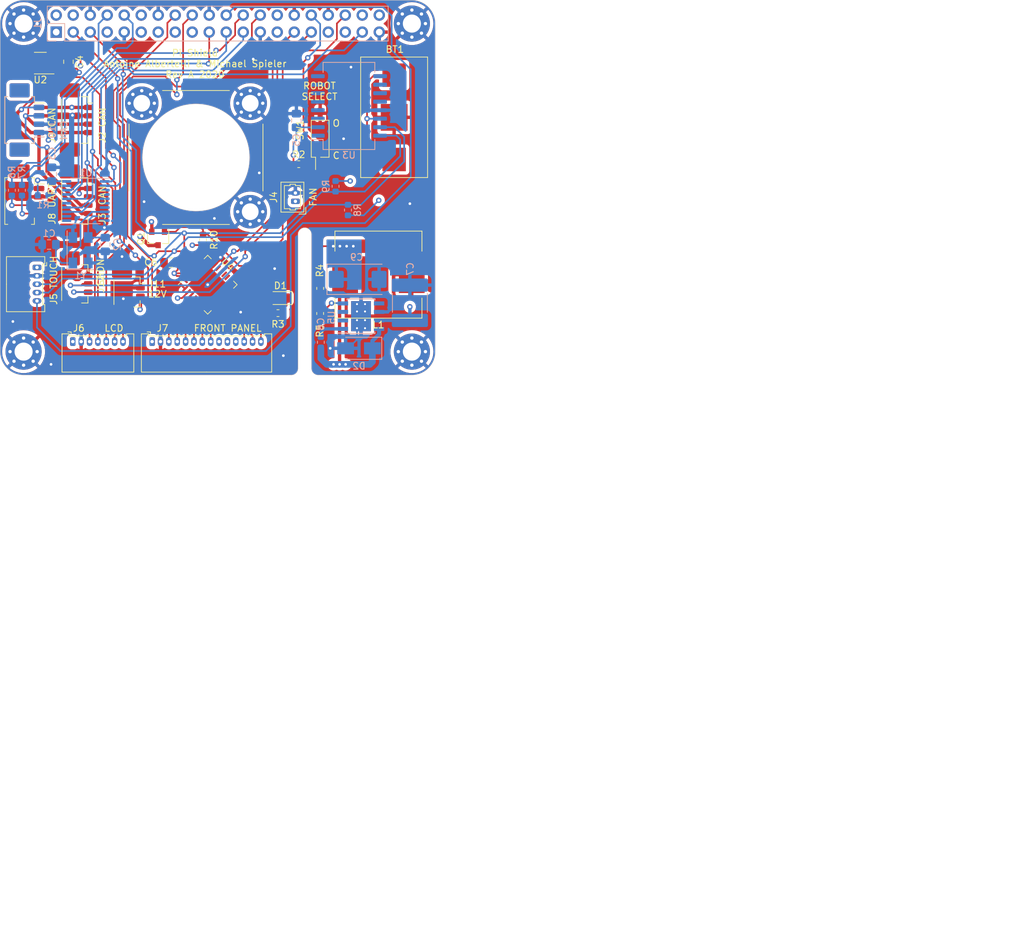
<source format=kicad_pcb>
(kicad_pcb (version 20221018) (generator pcbnew)
  (layers (0 "F.Cu" signal) (1 "In1.Cu" power) (2 "In2.Cu" power) (31 "B.Cu" signal) (34 "B.Paste" user) (35 "F.Paste" user) (36 "B.SilkS" user "B.Silkscreen") (37 "F.SilkS" user "F.Silkscreen") (38 "B.Mask" user) (39 "F.Mask" user) (44 "Edge.Cuts" user))
  (net 0 "")
  (net 1 "GND")
  (net 2 "Net-(C1-Pad1)")
  (net 3 "Net-(C2-Pad1)")
  (net 4 "+3V3")
  (net 5 "Net-(D1-Pad1)")
  (net 6 "/LED_BOARD")
  (net 7 "+5V")
  (net 8 "/SDA")
  (net 9 "/SCL")
  (net 10 "Net-(J1-Pad7)")
  (net 11 "/UART_TX")
  (net 12 "/UART_RX")
  (net 13 "/BTN_TEAM1")
  (net 14 "Net-(J1-Pad12)")
  (net 15 "/BTN_TEAM2")
  (net 16 "/BTN_START")
  (net 17 "/LCD_RS")
  (net 18 "Net-(J1-Pad17)")
  (net 19 "/LCD_RST")
  (net 20 "/MOSI")
  (net 21 "/MISO")
  (net 22 "/TS_INT")
  (net 23 "/SCLK")
  (net 24 "/CS0")
  (net 25 "/CS1")
  (net 26 "Net-(J1-Pad27)")
  (net 27 "Net-(J1-Pad28)")
  (net 28 "/SHDN_REQ")
  (net 29 "/SHDN_OK")
  (net 30 "Net-(J1-Pad33)")
  (net 31 "Net-(J1-Pad35)")
  (net 32 "Net-(J1-Pad38)")
  (net 33 "Net-(J1-Pad40)")
  (net 34 "/LED_READY")
  (net 35 "/LED_DEBUG")
  (net 36 "/LED_BUS")
  (net 37 "/LED_COMM")
  (net 38 "/LED_ERROR")
  (net 39 "/LED_POWER")
  (net 40 "/LED_RGB_R")
  (net 41 "/LED_RGB_G")
  (net 42 "/LED_RGB_B")
  (net 43 "Net-(J8-Pad1)")
  (net 44 "Net-(R1-Pad2)")
  (net 45 "/ROBOT_SELECT")
  (net 46 "Net-(U1-Pad1)")
  (net 47 "Net-(U1-Pad2)")
  (net 48 "Net-(U1-Pad3)")
  (net 49 "Net-(U1-Pad4)")
  (net 50 "Net-(U1-Pad5)")
  (net 51 "Net-(U1-Pad6)")
  (net 52 "Net-(U1-Pad7)")
  (net 53 "Net-(U1-Pad11)")
  (net 54 "Net-(U1-Pad12)")
  (net 55 "/CAN_INT")
  (net 56 "Net-(U1-Pad15)")
  (net 57 "Net-(U2-Pad5)")
  (net 58 "Net-(U3-Pad1)")
  (net 59 "Net-(U3-Pad3)")
  (net 60 "Net-(U3-Pad4)")
  (net 61 "Net-(U3-Pad10)")
  (net 62 "+BATT")
  (net 63 "Net-(U4-Pad14)")
  (net 64 "Net-(U4-Pad15)")
  (net 65 "Net-(U4-Pad17)")
  (net 66 "Net-(U4-Pad18)")
  (net 67 "Net-(U4-Pad19)")
  (net 68 "Net-(U3-Pad5)")
  (net 69 "Net-(U3-Pad6)")
  (net 70 "Net-(U3-Pad7)")
  (net 71 "Net-(U3-Pad8)")
  (net 72 "Net-(U3-Pad9)")
  (net 73 "Net-(U3-Pad11)")
  (net 74 "Net-(U3-Pad12)")
  (net 75 "/CANL")
  (net 76 "/CANH")
  (net 77 "VBUS")
  (net 78 "+12V")
  (net 79 "Net-(C8-Pad1)")
  (net 80 "Net-(C8-Pad2)")
  (net 81 "/VBUS_DIS")
  (net 82 "Net-(R4-Pad2)")
  (net 83 "Net-(U5-Pad2)")
  (net 84 "Net-(U5-Pad3)")
  (net 85 "Net-(U5-Pad5)")
  (net 86 "Net-(U4-Pad16)")
  (net 87 "Net-(J1-Pad8)")
  (net 88 "Net-(J1-Pad10)")
  (footprint "Button_Switch_SMD:SW_DIP_SPSTx01_Slide_Copal_CHS-01B_W7.62mm_P1.27mm" (layer "F.Cu") (at 84.3 57.2 90)
    (fp_text reference "SW1")
    (fp_text value "DIP SPST 100MA 6V")
  )
  (footprint "Capacitor_SMD:C_0805_2012Metric_Pad1.15x1.40mm_HandSolder" (layer "F.Cu") (at 46.7 45.7 -90)
    (fp_text reference "C4")
    (fp_text value "100n")
  )
  (footprint "Capacitor_SMD:C_0805_2012Metric_Pad1.15x1.40mm_HandSolder" (layer "F.Cu") (at 62 75.7 180)
    (fp_text reference "C6")
    (fp_text value "100n")
  )
  (footprint "LED_SMD:LED_0805_2012Metric_Pad1.15x1.40mm_HandSolder" (layer "F.Cu") (at 78.25 81 180)
    (fp_text reference "D1")
    (fp_text value "SML-LXT0805IW-TR")
  )
  (footprint "MountingHole:MountingHole_2.5mm_Pad_Via" (layer "F.Cu") (at 73.85 51.9)
    (fp_text reference "H1" hide)
    (fp_text value "M2")
  )
  (footprint "MountingHole:MountingHole_2.5mm_Pad_Via" (layer "F.Cu") (at 73.85 68.1)
    (fp_text reference "H2" hide)
    (fp_text value "M2")
  )
  (footprint "MountingHole:MountingHole_2.5mm_Pad_Via" (layer "F.Cu") (at 57.65 51.9)
    (fp_text reference "H3" hide)
    (fp_text value "M2")
  )
  (footprint "MountingHole:MountingHole_2.7mm_M2.5_Pad_Via" (layer "F.Cu") (at 40 89)
    (fp_text reference "H5" hide)
    (fp_text value "M2.5" hide)
  )
  (footprint "MountingHole:MountingHole_2.7mm_M2.5_Pad_Via" (layer "F.Cu") (at 98 40)
    (fp_text reference "H6" hide)
    (fp_text value "M2.5" hide)
  )
  (footprint "MountingHole:MountingHole_2.7mm_M2.5_Pad_Via" (layer "F.Cu") (at 98 89)
    (fp_text reference "H7" hide)
    (fp_text value "M2.5")
  )
  (footprint "MountingHole:MountingHole_2.7mm_M2.5_Pad_Via" (layer "F.Cu") (at 40 40)
    (fp_text reference "H8" hide)
    (fp_text value "M2.5" hide)
  )
  (footprint "Connector_Molex:Molex_PicoBlade_53047-0210_1x02_P1.25mm_Vertical" (layer "F.Cu") (at 80.6 66.55 90)
    (fp_text reference "J4")
    (fp_text value "0530470210")
  )
  (footprint "Package_TO_SOT_SMD:SOT-23-8_Handsoldering" (layer "F.Cu") (at 42.5 45.9 180)
    (fp_text reference "U2")
    (fp_text value "MAX3051")
  )
  (footprint "Connector_Molex:Molex_PicoBlade_53048-0510_1x05_P1.25mm_Horizontal" (layer "F.Cu") (at 42 76.425 -90)
    (fp_text reference "J5")
    (fp_text value "Conn_01x05")
  )
  (footprint "Connector_Molex:Molex_PicoBlade_53261-0471_1x04-1MP_P1.25mm_Horizontal" (layer "F.Cu") (at 39.9 66.5 -90)
    (fp_text reference "J8")
    (fp_text value "Conn_01x04")
  )
  (footprint "Connector_Molex:Molex_PicoBlade_53261-0471_1x04-1MP_P1.25mm_Horizontal" (layer "F.Cu") (at 39.9 54.4 -90)
    (fp_text reference "J9")
    (fp_text value "Conn_01x04")
  )
  (footprint "Package_TO_SOT_SMD:SOT-23" (layer "F.Cu") (at 60.1 72.1 -90)
    (fp_text reference "Q1")
    (fp_text value "DMP3099L")
  )
  (footprint "Package_DFN_QFN:QFN-28-1EP_6x6mm_P0.65mm_EP4.25x4.25mm" (layer "F.Cu") (at 67.5 79 45)
    (fp_text reference "U4")
    (fp_text value "PCA9685BS")
  )
  (footprint "Connector_Molex:Molex_PicoBlade_53398-0471_1x04-1MP_P1.25mm_Vertical" (layer "F.Cu") (at 48.4 54.4 -90)
    (fp_text reference "J2")
    (fp_text value "Conn_01x04")
  )
  (footprint "Connector_Molex:Molex_PicoBlade_53398-0471_1x04-1MP_P1.25mm_Vertical" (layer "F.Cu") (at 48.4 66.5 -90)
    (fp_text reference "J3")
    (fp_text value "Conn_01x04")
  )
  (footprint "Connector_Molex:Molex_PicoBlade_53048-0710_1x07_P1.25mm_Horizontal" (layer "F.Cu") (at 47.35 87.5)
    (fp_text reference "J6")
    (fp_text value "Conn_01x07")
  )
  (footprint "Connector_Molex:Molex_PicoBlade_53048-1410_1x14_P1.25mm_Horizontal" (layer "F.Cu") (at 59.2 87.5)
    (fp_text reference "J7")
    (fp_text value "0530471410")
  )
  (footprint "pi-shield:DR127" (layer "F.Cu") (at 93 77.5)
    (fp_text reference "L1")
    (fp_text value "33uH")
  )
  (footprint "Connector_Molex:Molex_PicoBlade_53398-0271_1x02-1MP_P1.25mm_Vertical" (layer "F.Cu") (at 56.2 80.1 -90)
    (fp_text reference "J11")
    (fp_text value "0530470210")
  )
  (footprint "Resistor_SMD:R_0603_1608Metric" (layer "F.Cu") (at 66.8 72.3 90)
    (fp_text reference "R10")
    (fp_text value "10k")
  )
  (footprint "Resistor_SMD:R_0603_1608Metric" (layer "F.Cu") (at 81.1 61)
    (fp_text reference "R2")
    (fp_text value "10k")
  )
  (footprint "Resistor_SMD:R_0603_1608Metric" (layer "F.Cu") (at 78 83.25 180)
    (fp_text reference "R3")
    (fp_text value "130")
  )
  (footprint "Resistor_SMD:R_0603_1608Metric" (layer "F.Cu") (at 84.3 79.55 -90)
    (fp_text reference "R4")
    (fp_text value "10k")
  )
  (footprint "Resistor_SMD:R_0603_1608Metric" (layer "F.Cu") (at 84.3 83.3 -90)
    (fp_text reference "R5")
    (fp_text value "3k24")
  )
  (footprint "pi-shield:3030" (layer "F.Cu") (at 95.35 54 -90)
    (fp_text reference "BT1")
    (fp_text value "3V")
  )
  (footprint "Connector_Molex:Molex_PicoBlade_53398-0371_1x03-1MP_P1.25mm_Vertical" (layer "F.Cu") (at 48.4 78.875 -90)
    (fp_text reference "J12")
    (fp_text value "Conn_01x03")
  )
  (footprint "Capacitor_SMD:C_0805_2012Metric_Pad1.15x1.40mm_HandSolder" (layer "B.Cu") (at 52.2 73 -90)
    (fp_text reference "C2")
    (fp_text value "15p")
  )
  (footprint "Capacitor_SMD:C_0805_2012Metric_Pad1.15x1.40mm_HandSolder" (layer "B.Cu") (at 44.2 62.5 90)
    (fp_text reference "C3")
    (fp_text value "100n")
  )
  (footprint "Capacitor_SMD:C_0805_2012Metric_Pad1.15x1.40mm_HandSolder" (layer "B.Cu") (at 80.75 54.475 90)
    (fp_text reference "C5")
    (fp_text value "100n")
  )
  (footprint "Package_SO:TSSOP-20_4.4x6.5mm_P0.65mm" (layer "B.Cu") (at 49.25 66.5 180)
    (fp_text reference "U1")
    (fp_text value "MCP2515-xST")
  )
  (footprint "Package_SO:SOIC-16W_7.5x12.8mm_P1.27mm" (layer "B.Cu") (at 88.6 52.3)
    (fp_text reference "U3")
    (fp_text value "DS3231")
  )
  (footprint "Connector_PinSocket_2.54mm:PinSocket_2x20_P2.54mm_Vertical" (layer "B.Cu") (at 44.87 41.27 -90)
    (fp_text reference "J1")
    (fp_text value "Conn_02x20_Odd_Even")
  )
  (footprint "Capacitor_SMD:C_0805_2012Metric_Pad1.15x1.40mm_HandSolder" (layer "B.Cu") (at 43.8 73 180)
    (fp_text reference "C1")
    (fp_text value "15p")
  )
  (footprint "Capacitor_SMD:C_2220_5650Metric_Pad1.97x5.40mm_HandSolder" (layer "B.Cu") (at 97.7 81.7 90)
    (fp_text reference "C7")
    (fp_text value "10u")
  )
  (footprint "Capacitor_SMD:C_0603_1608Metric_Pad1.05x0.95mm_HandSolder" (layer "B.Cu") (at 84.4 87.6 90)
    (fp_text reference "C8")
    (fp_text value "10n")
  )
  (footprint "Capacitor_Tantalum_SMD:CP_EIA-7343-30_AVX-N_Pad2.25x2.55mm_HandSolder" (layer "B.Cu") (at 89.9 78.2)
    (fp_text reference "C9")
    (fp_text value "330u")
  )
  (footprint "Crystal:Crystal_SMD_Abracon_ABM3C-4Pin_5.0x3.2mm" (layer "B.Cu") (at 48.5 73.85 90)
    (fp_text reference "Y1")
    (fp_text value "20Mhz")
  )
  (footprint "Connector_Molex:Molex_PicoBlade_53261-0471_1x04-1MP_P1.25mm_Horizontal" (layer "B.Cu") (at 39.9 54.4 90)
    (fp_text reference "J10")
    (fp_text value "Conn_01x04")
  )
  (footprint "Resistor_SMD:R_0603_1608Metric" (layer "B.Cu") (at 38.25 64.9 90)
    (fp_text reference "R6")
    (fp_text value "130")
  )
  (footprint "Resistor_SMD:R_0603_1608Metric" (layer "B.Cu") (at 39.75 64.9 90)
    (fp_text reference "R7")
    (fp_text value "130")
  )
  (footprint "Resistor_SMD:R_0603_1608Metric" (layer "B.Cu") (at 88.45 67.85 90)
    (fp_text reference "R8")
    (fp_text value "3k24")
  )
  (footprint "Resistor_SMD:R_0603_1608Metric" (layer "B.Cu") (at 86.6 64.3 -90)
    (fp_text reference "R9")
    (fp_text value "3k24")
  )
  (footprint "Diode_SMD:D_SMA" (layer "B.Cu") (at 90.1 88.5 180)
    (fp_text reference "D2")
    (fp_text value "B340A")
  )
  (footprint "Resistor_SMD:R_0603_1608Metric" (layer "B.Cu") (at 42.9 65.65)
    (fp_text reference "R1")
    (fp_text value "10k")
  )
  (footprint "Package_SO:TI_SO-PowerPAD-8_ThermalVias" (layer "B.Cu") (at 90.4 83.7)
    (fp_text reference "U5")
    (fp_text value "TPS5430DDA")
  )
  (gr_line (start 60.75 70) (end 70.75 70) (stroke (width 0.12)) (layer "F.SilkS"))
  (gr_line (start 55.75 55) (end 55.75 65) (stroke (width 0.12)) (layer "F.SilkS"))
  (gr_line (start 75.75 55) (end 75.75 65) (stroke (width 0.12)) (layer "F.SilkS"))
  (gr_line (start 60.75 50) (end 70.75 50) (stroke (width 0.12)) (layer "F.SilkS"))
  (gr_arc (start 98 36.5) (mid 100.474874 37.525126) (end 101.5 40) (stroke (width 0.05)) (layer "Edge.Cuts"))
  (gr_line (start 80 92.5) (end 40 92.5) (stroke (width 0.05)) (layer "Edge.Cuts"))
  (gr_arc (start 81 71.5) (mid 81.292893 70.792893) (end 82 70.5) (stroke (width 0.05)) (layer "Edge.Cuts"))
  (gr_line (start 83 91.5) (end 83 71.5) (stroke (width 0.05)) (layer "Edge.Cuts"))
  (gr_line (start 101.5 40) (end 101.5 89) (stroke (width 0.05)) (layer "Edge.Cuts"))
  (gr_line (start 98 92.5) (end 84 92.5) (stroke (width 0.05)) (layer "Edge.Cuts"))
  (gr_line (start 40 36.5) (end 98 36.5) (stroke (width 0.05)) (layer "Edge.Cuts"))
  (gr_arc (start 36.5 40) (mid 37.525126 37.525126) (end 40 36.5) (stroke (width 0.05)) (layer "Edge.Cuts"))
  (gr_arc (start 82 70.5) (mid 82.707107 70.792893) (end 83 71.5) (stroke (width 0.05)) (layer "Edge.Cuts"))
  (gr_line (start 36.5 40) (end 36.5 89) (stroke (width 0.05)) (layer "Edge.Cuts"))
  (gr_arc (start 40 92.5) (mid 37.525126 91.474874) (end 36.5 89) (stroke (width 0.05)) (layer "Edge.Cuts"))
  (gr_arc (start 101.5 89) (mid 100.474874 91.474874) (end 98 92.5) (stroke (width 0.05)) (layer "Edge.Cuts"))
  (gr_line (start 81 91.5) (end 81 71.5) (stroke (width 0.05)) (layer "Edge.Cuts"))
  (gr_arc (start 84 92.5) (mid 83.292893 92.207107) (end 83 91.5) (stroke (width 0.05)) (layer "Edge.Cuts"))
  (gr_arc (start 81 91.5) (mid 80.707107 92.207107) (end 80 92.5) (stroke (width 0.05)) (layer "Edge.Cuts"))
  (gr_circle (center 65.75 60) (end 73.75 60) (stroke (width 0.05)) (fill none) (layer "Edge.Cuts"))
  (gr_text "CAN" (at 46 54.4 90) (layer "B.SilkS") (effects (font (size 1 1)) (justify left mirror)))
  (gr_text "CAN" (at 44.25 54 90) (layer "F.SilkS") (effects (font (size 1 1))))
  (gr_text "CAN" (at 51.75 54 90) (layer "F.SilkS") (effects (font (size 1 1))))
  (gr_text "LCD" (at 53.5 85.5) (layer "F.SilkS") (effects (font (size 1 1))))
  (gr_text "FAN\n" (at 83.25 65.9 90) (layer "F.SilkS") (effects (font (size 1 1))))
  (gr_text "CAN" (at 51.75 65.65 90) (layer "F.SilkS") (effects (font (size 1 1))))
  (gr_text "TOUCH\n" (at 44.5 77.15 90) (layer "F.SilkS") (effects (font (size 1 1))))
  (gr_text "12V" (at 58.5 80.4) (layer "F.SilkS") (effects (font (size 1 1)) (justify left)))
  (gr_text "O\n\n\nC" (at 86.7 57.3) (layer "F.SilkS") (effects (font (size 1 1))))
  (gr_text "UART" (at 44.25 65.65 90) (layer "F.SilkS") (effects (font (size 1 1))))
  (gr_text "FRONT PANEL\n" (at 70.5 85.5) (layer "F.SilkS") (effects (font (size 1 1))))
  (gr_text "ROBOT\nSELECT" (at 84.2 50.1) (layer "F.SilkS") (effects (font (size 1 1))))
  (gr_text "SHDN" (at 51.5 77.15 90) (layer "F.SilkS") (effects (font (size 1 1))))
  (gr_text "Pi Shield\nAntoine Albertelli & Michael Spieler\nRev A 2020" (at 65.6 46) (layer "F.SilkS") (effects (font (size 1 1))))
  (segment (start 45.33 46.23) (end 45.825 46.725) (width 0.25) (layer "F.Cu") (net 1))
  (segment (start 41.15 46.88) (end 42.02 46.88) (width 0.25) (layer "F.Cu") (net 1))
  (segment (start 67.5 79) (end 69.506415 81.006415) (width 0.25) (layer "F.Cu") (net 1))
  (segment (start 67.5 76.242283) (end 67.5 79) (width 0.25) (layer "F.Cu") (net 1))
  (segment (start 69.506415 81.006415) (end 70.5 82) (width 0.25) (layer "F.Cu") (net 1))
  (segment (start 65.661523 79) (end 67.5 79) (width 0.25) (layer "F.Cu") (net 1))
  (segment (start 45.825 46.725) (end 46.7 46.725) (width 0.25) (layer "F.Cu") (net 1))
  (segment (start 68.587177 76.074346) (end 67.5 77.161523) (width 0.25) (layer "F.Cu") (net 1))
  (segment (start 68.127557 78.372443) (end 67.5 79) (width 0.25) (layer "F.Cu") (net 1))
  (segment (start 66.872443 75.614726) (end 67.5 76.242283) (width 0.25) (layer "F.Cu") (net 1))
  (segment (start 64.114726 79.627557) (end 64.742283 79) (width 0.25) (layer "F.Cu") (net 1))
  (segment (start 70.5 82) (end 71.6 83.1) (width 0.25) (layer "F.Cu") (net 1))
  (segment (start 71.6 83.1) (end 72.425 83.1) (width 0.25) (layer "F.Cu") (net 1))
  (segment (start 69.4 74.9) (end 69.4 75.261523) (width 0.25) (layer "F.Cu") (net 1))
  (segment (start 42.3 53.775) (end 42.3 53.8) (width 0.25) (layer "F.Cu") (net 1))
  (segment (start 42.02 46.88) (end 42.67 46.23) (width 0.25) (layer "F.Cu") (net 1))
  (segment (start 68.842283 74.9) (end 68.127557 75.614726) (width 0.25) (layer "F.Cu") (net 1))
  (segment (start 47.925 46.725) (end 48.3 47.1) (width 0.25) (layer "F.Cu") (net 1))
  (segment (start 64.742283 79) (end 67.5 79) (width 0.25) (layer "F.Cu") (net 1))
  (segment (start 69.4 75.261523) (end 68.587177 76.074346) (width 0.25) (layer "F.Cu") (net 1))
  (segment (start 67.5 77.161523) (end 67.5 79) (width 0.25) (layer "F.Cu") (net 1))
  (segment (start 46.7 46.725) (end 47.925 46.725) (width 0.25) (layer "F.Cu") (net 1))
  (segment (start 69.4 74.9) (end 68.842283 74.9) (width 0.25) (layer "F.Cu") (net 1))
  (segment (start 42.67 46.23) (end 43.85 46.23) (width 0.25) (layer "F.Cu") (net 1))
  (segment (start 43.85 46.23) (end 45.33 46.23) (width 0.25) (layer "F.Cu") (net 1))
  (segment (start 64.574346 77.912823) (end 65.661523 79) (width 0.25) (layer "F.Cu") (net 1))
  (segment (start 48.3 47.1) (end 48.3 47.3) (width 0.25) (layer "F.Cu") (net 1))
  (via (at 47.3 53.7) (size 0.8) (drill 0.4) (layers "F.Cu" "B.Cu") (net 1))
  (via (at 78.8 89.6) (size 0.8) (drill 0.4) (layers "F.Cu" "B.Cu") (net 1))
  (via (at 54.9 81.1) (size 0.8) (drill 0.4) (layers "F.Cu" "B.Cu") (net 1))
  (via (at 85.8 88.5) (size 0.8) (drill 0.4) (layers "F.Cu" "B.Cu") (net 1))
  (via (at 77.5 76.6) (size 0.8) (drill 0.4) (layers "F.Cu" "B.Cu") (net 1))
  (via (at 58 66.6) (size 0.8) (drill 0.4) (layers "F.Cu" "B.Cu") (net 1))
  (via (at 74.3 45.3) (size 0.8) (drill 0.4) (layers "F.Cu" "B.Cu") (net 1))
  (via (at 69.4 74.9) (size 0.8) (drill 0.4) (layers "F.Cu" "B.Cu") (net 1))
  (via (at 88.9 46.5) (size 0.8) (drill 0.4) (layers "F.Cu" "B.Cu") (net 1))
  (via (at 68.5 69.1) (size 0.8) (drill 0.4) (layers "F.Cu" "B.Cu") (net 1))
  (via (at 67.5 79) (size 0.8) (drill 0.4) (layers "F.Cu" "B.Cu") (net 1))
  (via (at 48.3 47.3) (size 0.8) (drill 0.4) (layers "F.Cu" "B.Cu") (net 1))
  (via (at 38.4 84.5) (size 0.8) (drill 0.4) (layers "F.Cu" "B.Cu") (net 1))
  (via (at 54.7 74.8) (size 0.8) (drill 0.4) (layers "F.Cu" "B.Cu") (net 1))
  (via (at 72.425 83.1) (size 0.8) (drill 0.4) (layers "F.Cu" "B.Cu") (net 1))
  (via (at 75.2 62.3) (size 0.8) (drill 0.4) (layers "F.Cu" "B.Cu") (net 1))
  (via (at 52.072695 70.472695) (size 0.8) (drill 0.4) (layers "F.Cu" "B.Cu") (net 1))
  (via (at 87.8 57.2) (size 0.8) (drill 0.4) (layers "F.Cu" "B.Cu") (net 1))
  (via (at 97.7 66.9) (size 0.8) (drill 0.4) (layers "F.Cu" "B.Cu") (net 1))
  (via (at 44.1 90.9) (size 0.8) (drill 0.4) (layers "F.Cu" "B.Cu") (net 1))
  (segment (start 89.8 87.2) (end 89.8 85.5) (width 0.25) (layer "B.Cu") (net 1))
  (segment (start 52.1125 70.43289) (end 52.072695 70.472695) (width 0.25) (layer "B.Cu") (net 1))
  (segment (start 88.1 88.5) (end 88.5 88.5) (width 0.25) (layer "B.Cu") (net 1))
  (segment (start 88.075 88.475) (end 88.1 88.5) (width 0.25) (layer "B.Cu") (net 1))
  (segment (start 52.1125 69.425) (end 52.1125 70.43289) (width 0.25) (layer "B.Cu") (net 1))
  (segment (start 88.1 88.5) (end 85.8 88.5) (width 0.25) (layer "B.Cu") (net 1))
  (segment (start 88.5 88.5) (end 89.8 87.2) (width 0.25) (layer "B.Cu") (net 1))
  (segment (start 50.175 68.125) (end 52.1125 68.125) (width 0.25) (layer "B.Cu") (net 2))
  (segment (start 44.825 73) (end 44.825 74.925) (width 0.25) (layer "B.Cu") (net 2))
  (segment (start 48.5 69.8) (end 50.175 68.125) (width 0.25) (layer "B.Cu") (net 2))
  (segment (start 45.65 75.75) (end 47.35 75.75) (width 0.25) (layer "B.Cu") (net 2))
  (segment (start 47.35 75.75) (end 47.35 74.35) (width 0.25) (layer "B.Cu") (net 2))
  (segment (start 48.5 73.2) (end 48.5 69.8) (width 0.25) (layer "B.Cu") (net 2))
  (segment (start 44.825 74.925) (end 45.65 75.75) (width 0.25) (layer "B.Cu") (net 2))
  (segment (start 47.35 74.35) (end 48.5 73.2) (width 0.25) (layer "B.Cu") (net 2))
  (segment (start 50.325 68.775) (end 49.65 69.45) (width 0.25) (layer "B.Cu") (net 3))
  (segment (start 49.65 69.45) (end 49.65 71.95) (width 0.25) (layer "B.Cu") (net 3))
  (segment (start 49.675 71.975) (end 49.65 71.95) (width 0.25) (layer "B.Cu") (net 3))
  (segment (start 49.65 71.95) (end 51.825 71.95) (width 0.25) (layer "B.Cu") (net 3))
  (segment (start 52.1125 68.775) (end 50.325 68.775) (width 0.25) (layer "B.Cu") (net 3))
  (segment (start 51.825 71.95) (end 52 72.125) (width 0.25) (layer "B.Cu") (net 3))
  (segment (start 80.3125 61) (end 80.3125 59.6625) (width 0.25) (layer "F.Cu") (net 4))
  (segment (start 46.7 44.675) (end 47.69999 44.675) (width 0.25) (layer "F.Cu") (net 4))
  (segment (start 65.033965 77.453204) (end 64.480761 76.9) (width 0.25) (layer "F.Cu") (net 4))
  (segment (start 46.525 44.675) (end 45.63 45.57) (width 0.25) (layer "F.Cu") (net 4))
  (segment (start 45.63 45.57) (end 43.85 45.57) (width 0.25) (layer "F.Cu") (net 4))
  (segment (start 63.025 75.7) (end 63.025 76.775) (width 0.25) (layer "F.Cu") (net 4))
  (segment (start 47.69999 44.675) (end 48.5 45.47501) (width 0.25) (layer "F.Cu") (net 4))
  (segment (start 66.8 73.0875) (end 65.2125 73.0875) (width 0.25) (layer "F.Cu") (net 4))
  (segment (start 65.033965 77.453204) (end 64.978204 77.453204) (width 0.25) (layer "F.Cu") (net 4))
  (segment (start 64.072443 78.372443) (end 63.4 77.7) (width 0.25) (layer "F.Cu") (net 4))
  (segment (start 63.4 77.7) (end 62.9 77.7) (width 0.25) (layer "F.Cu") (net 4))
  (segment (start 48.5 45.47501) (end 48.5 46.3) (width 0.25) (layer "F.Cu") (net 4))
  (segment (start 80.3125 59.6625) (end 80.3 59.65) (width 0.25) (layer "F.Cu") (net 4))
  (segment (start 64.574346 80.087177) (end 63.661523 81) (width 0.25) (layer "F.Cu") (net 4))
  (segment (start 65.2125 73.0875) (end 65.2 73.1) (width 0.25) (layer "F.Cu") (net 4))
  (segment (start 64.480761 76.9) (end 64 76.9) (width 0.25) (layer "F.Cu") (net 4))
  (segment (start 63.025 76.775) (end 62.5 77.3) (width 0.25) (layer "F.Cu") (net 4))
  (segment (start 65.493585 76.993585) (end 64.2 75.7) (width 0.25) (layer "F.Cu") (net 4))
  (segment (start 62.9 77.7) (end 62.5 77.3) (width 0.25) (layer "F.Cu") (net 4))
  (segment (start 63.661523 81) (end 63 81) (width 0.25) (layer "F.Cu") (net 4))
  (segment (start 64 76.9) (end 63.6 77.3) (width 0.25) (layer "F.Cu") (net 4))
  (segment (start 46.7 44.675) (end 46.525 44.675) (width 0.25) (layer "F.Cu") (net 4))
  (segment (start 64.114726 78.372443) (end 64.072443 78.372443) (width 0.25) (layer "F.Cu") (net 4))
  (segment (start 64.2 75.7) (end 63.025 75.7) (width 0.25) (layer "F.Cu") (net 4))
  (segment (start 63.6 77.3) (end 62.5 77.3) (width 0.25) (layer "F.Cu") (net 4))
  (via (at 42.1 63.4) (size 0.8) (drill 0.4) (layers "F.Cu" "B.Cu") (net 4))
  (via (at 65.2 73.1) (size 0.8) (drill 0.4) (layers "F.Cu" "B.Cu") (net 4))
  (via (at 80.3 59.65) (size 0.8) (drill 0.4) (layers "F.Cu" "B.Cu") (net 4))
  (via (at 93.05 66.4) (size 0.8) (drill 0.4) (layers "F.Cu" "B.Cu") (net 4))
  (via (at 48.5 46.3) (size 0.8) (drill 0.4) (layers "F.Cu" "B.Cu") (net 4))
  (via (at 63 81) (size 0.8) (drill 0.4) (layers "F.Cu" "B.Cu") (net 4))
  (via (at 88.7875 63.5125) (size 0.8) (drill 0.4) (layers "F.Cu" "B.Cu") (net 4))
  (via (at 62.5 77.3) (size 0.8) (drill 0.4) (layers "F.Cu" "B.Cu") (net 4))
  (segment (start 80.3 57.85) (end 80.3 59.65) (width 0.25) (layer "B.Cu") (net 4))
  (segment (start 44.075 63.4) (end 44.2 63.525) (width 0.25) (layer "B.Cu") (net 4))
  (segment (start 80.75 55.5) (end 80.75 57.4) (width 0.25) (layer "B.Cu") (net 4))
  (segment (start 46.3375 63.525) (end 46.3875 63.575) (width 0.25) (layer "B.Cu") (net 4))
  (segment (start 42.1 63.4) (end 44.075 63.4) (width 0.25) (layer "B.Cu") (net 4))
  (segment (start 44.2 63.525) (end 46.3375 63.525) (width 0.25) (layer "B.Cu") (net 4))
  (segment (start 83.925 55.5) (end 83.95 55.475) (width 0.25) (layer "B.Cu") (net 4))
  (segment (start 80.75 57.4) (end 80.3 57.85) (width 0.25) (layer "B.Cu") (net 4))
  (segment (start 88.45 68.6375) (end 90.8125 68.6375) (width 0.25) (layer "B.Cu") (net 4))
  (segment (start 42.1125 63.4125) (end 42.1 63.4) (width 0.25) (layer "B.Cu") (net 4))
  (segment (start 42.1125 65.65) (end 42.1125 63.4125) (width 0.25) (layer "B.Cu") (net 4))
  (segment (start 80.75 55.5) (end 83.925 55.5) (width 0.25) (layer "B.Cu") (net 4))
  (segment (start 86.6 63.5125) (end 88.7875 63.5125) (width 0.25) (layer "B.Cu") (net 4))
  (segment (start 90.8125 68.6375) (end 93.05 66.4) (width 0.25) (layer "B.Cu") (net 4))
  (segment (start 78.7875 83.25) (end 78.7875 82.6125) (width 0.25) (layer "F.Cu") (net 5))
  (segment (start 78.7875 82.6125) (end 79.275 82.125) (width 0.25) (layer "F.Cu") (net 5))
  (segment (start 79.275 82.125) (end 79.275 81) (width 0.25) (layer "F.Cu") (net 5))
  (segment (start 71.338477 81) (end 77.225 81) (width 0.25) (layer "F.Cu") (net 6))
  (segment (start 70.425654 80.087177) (end 71.338477 81) (width 0.25) (layer "F.Cu") (net 6))
  (segment (start 84.3 78.6125) (end 84.3 73.7) (width 0.25) (layer "F.Cu") (net 7))
  (segment (start 59.15 69.65) (end 59.1 69.6) (width 0.25) (layer "F.Cu") (net 7))
  (segment (start 84.3 73.7) (end 84.75 73.25) (width 0.25) (layer "F.Cu") (net 7))
  (segment (start 59.15 71.1) (end 59.15 69.65) (width 0.5) (layer "F.Cu") (net 7))
  (segment (start 84.75 73.25) (end 86.25 73.25) (width 0.25) (layer "F.Cu") (net 7))
  (via (at 87.25 73.25) (size 0.8) (drill 0.4) (layers "F.Cu" "B.Cu") (net 7))
  (via (at 88.25 73.25) (size 0.8) (drill 0.4) (layers "F.Cu" "B.Cu") (net 7))
  (via (at 89.25 73.25) (size 0.8) (drill 0.4) (layers "F.Cu" "B.Cu") (net 7))
  (via (at 59.1 69.6) (size 0.8) (drill 0.4) (layers "F.Cu" "B.Cu") (net 7))
  (via (at 86.25 73.25) (size 0.8) (drill 0.4) (layers "F.Cu" "B.Cu") (net 7))
  (segment (start 65.933965 76.533965) (end 63.4 74) (width 0.25) (layer "F.Cu") (net 8))
  (segment (start 47.41 41.27) (end 54.051992 47.911992) (width 0.25) (layer "F.Cu") (net 8))
  (segment (start 63.4 74) (end 62.5 74) (width 0.25) (layer "F.Cu") (net 8))
  (segment (start 60.2 74) (end 59.5 74.7) (width 0.25) (layer "F.Cu") (net 8))
  (segment (start 62.5 74) (end 60.2 74) (width 0.25) (layer "F.Cu") (net 8))
  (segment (start 54.051992 47.911992) (end 54.051992 48.230005) (width 0.25) (layer "F.Cu") (net 8))
  (segment (start 65.953204 76.533965) (end 65.933965 76.533965) (width 0.25) (layer "F.Cu") (net 8))
  (via (at 62.5 74) (size 0.8) (drill 0.4) (layers "F.Cu" "B.Cu") (net 8))
  (via (at 59.5 74.7) (size 0.8) (drill 0.4) (layers "F.Cu" "B.Cu") (net 8))
  (via (at 54.051992 48.230005) (size 0.8) (drill 0.4) (layers "F.Cu" "B.Cu") (net 8))
  (segment (start 58.7 74.7) (end 59.5 74.7) (width 0.25) (layer "B.Cu") (net 8))
  (segment (start 90.3875 67.0625) (end 96.85 60.6) (width 0.25) (layer "B.Cu") (net 8))
  (segment (start 42 80.175) (end 43.725 80.175) (width 0.25) (layer "B.Cu") (net 8))
  (segment (start 56.1 72.1) (end 58.7 74.7) (width 0.25) (layer "B.Cu") (net 8))
  (segment (start 83.45 67.05) (end 88.4375 67.05) (width 0.25) (layer "B.Cu") (net 8))
  (segment (start 64.6 71.9) (end 78.6 71.9) (width 0.25) (layer "B.Cu") (net 8))
  (segment (start 62.5 74) (end 64.6 71.9) (width 0.25) (layer "B.Cu") (net 8))
  (segment (start 56.1 59.1) (end 56.1 72.1) (width 0.25) (layer "B.Cu") (net 8))
  (segment (start 78.6 71.9) (end 83.45 67.05) (width 0.25) (layer "B.Cu") (net 8))
  (segment (start 43.725 80.175) (end 45.8 78.1) (width 0.25) (layer "B.Cu") (net 8))
  (segment (start 54.051992 48.230005) (end 54.051992 57.051992) (width 0.25) (layer "B.Cu") (net 8))
  (segment (start 88.45 67.0625) (end 90.3875 67.0625) (width 0.25) (layer "B.Cu") (net 8))
  (segment (start 96.85 56.9) (end 95.425 55.475) (width 0.25) (layer "B.Cu") (net 8))
  (segment (start 45.8 78.1) (end 58.4 78.1) (width 0.25) (layer "B.Cu") (net 8))
  (segment (start 58.4 78.1) (end 59.1 77.4) (width 0.25) (layer "B.Cu") (net 8))
  (segment (start 54.051992 57.051992) (end 56.1 59.1) (width 0.25) (layer "B.Cu") (net 8))
  (segment (start 59.1 77.4) (end 62.5 74) (width 0.25) (layer "B.Cu") (net 8))
  (segment (start 96.85 60.6) (end 96.85 56.9) (width 0.25) (layer "B.Cu") (net 8))
  (segment (start 88.4375 67.05) (end 88.45 67.0625) (width 0.25) (layer "B.Cu") (net 8))
  (segment (start 95.425 55.475) (end 93.25 55.475) (width 0.25) (layer "B.Cu") (net 8))
  (segment (start 49.95 41.27) (end 54.88734 46.20734) (width 0.25) (layer "F.Cu") (net 9))
  (segment (start 54.88734 46.20734) (end 54.88734 47.58734) (width 0.25) (layer "F.Cu") (net 9))
  (segment (start 64 73.65) (end 64 71.3) (width 0.25) (layer "F.Cu") (net 9))
  (segment (start 66.412823 76.074346) (end 66.412823 76.062823) (width 0.25) (layer "F.Cu") (net 9))
  (segment (start 66.412823 76.062823) (end 64 73.65) (width 0.25) (layer "F.Cu") (net 9))
  (via (at 54.88734 47.58734) (size 0.8) (drill 0.4) (layers "F.Cu" "B.Cu") (net 9))
  (via (at 64 71.3) (size 0.8) (drill 0.4) (layers "F.Cu" "B.Cu") (net 9))
  (segment (start 90.9625 65.0875) (end 96.25 59.8) (width 0.25) (layer "B.Cu") (net 9))
  (segment (start 56.8 69.6) (end 58.5 71.3) (width 0.25) (layer "B.Cu") (net 9))
  (segment (start 61.2 74.399002) (end 61.2 73.7) (width 0.25) (layer "B.Cu") (net 9))
  (segment (start 64 71.3) (end 78.35 71.3) (width 0.25) (layer "B.Cu") (net 9))
  (segment (start 45.5 77.5) (end 58.099002 77.5) (width 0.25) (layer "B.Cu") (net 9))
  (segment (start 58.5 71.3) (end 64 71.3) (width 0.25) (layer "B.Cu") (net 9))
  (segment (start 60.849501 74.749501) (end 61.2 74.399002) (width 0.25) (layer "B.Cu") (net 9))
  (segment (start 78.35 71.3) (end 84.5 65.15) (width 0.25) (layer "B.Cu") (net 9))
  (segment (start 96.25 57.3) (end 95.695 56.745) (width 0.25) (layer "B.Cu") (net 9))
  (segment (start 61.2 73.7) (end 63.6 71.3) (width 0.25) (layer "B.Cu") (net 9))
  (segment (start 86.6 65.0875) (end 90.9625 65.0875) (width 0.25) (layer "B.Cu") (net 9))
  (segment (start 54.88734 47.58734) (end 54.800001 47.674679) (width 0.25) (layer "B.Cu") (net 9))
  (segment (start 84.5 65.15) (end 86.5375 65.15) (width 0.25) (layer "B.Cu") (net 9))
  (segment (start 54.800001 56.900001) (end 56.8 58.9) (width 0.25) (layer "B.Cu") (net 9))
  (segment (start 86.5375 65.15) (end 86.6 65.0875) (width 0.25) (layer "B.Cu") (net 9))
  (segment (start 44.075 78.925) (end 45.5 77.5) (width 0.25) (layer "B.Cu") (net 9))
  (segment (start 54.800001 47.674679) (end 54.800001 56.900001) (width 0.25) (layer "B.Cu") (net 9))
  (segment (start 95.695 56.745) (end 93.25 56.745) (width 0.25) (layer "B.Cu") (net 9))
  (segment (start 56.8 58.9) (end 56.8 69.6) (width 0.25) (layer "B.Cu") (net 9))
  (segment (start 42 78.925) (end 44.075 78.925) (width 0.25) (layer "B.Cu") (net 9))
  (segment (start 63.6 71.3) (end 64 71.3) (width 0.25) (layer "B.Cu") (net 9))
  (segment (start 58.099002 77.5) (end 60.849501 74.749501) (width 0.25) (layer "B.Cu") (net 9))
  (segment (start 96.25 59.8) (end 96.25 57.3) (width 0.25) (layer "B.Cu") (net 9))
  (segment (start 38.275 67.125) (end 38.25 67.15) (width 0.25) (layer "F.Cu") (net 11))
  (segment (start 42.3 67.125) (end 38.275 67.125) (width 0.25) (layer "F.Cu") (net 11))
  (via (at 38.25 67.15) (size 0.8) (drill 0.4) (layers "F.Cu" "B.Cu") (net 11))
  (segment (start 38.25 67.15) (end 38.25 65.6875) (width 0.25) (layer "B.Cu") (net 11))
  (segment (start 39.828244 68.375) (end 39.803244 68.4) (width 0.25) (layer "F.Cu") (net 12))
  (segment (start 42.3 68.375) (end 39.828244 68.375) (width 0.25) (layer "F.Cu") (net 12))
  (via (at 39.803244 68.4) (size 0.8) (drill 0.4) (layers "F.Cu" "B.Cu") (net 12))
  (segment (start 39.75 65.6875) (end 39.75 68.346756) (width 0.25) (layer "B.Cu") (net 12))
  (segment (start 39.75 68.346756) (end 39.803244 68.4) (width 0.25) (layer "B.Cu") (net 12))
  (segment (start 53.6 87.5) (end 53.6 86.6) (width 0.25) (layer "F.Cu") (net 17))
  (segment (start 53.4 54.4) (end 54.4 55.4) (width 0.25) (layer "F.Cu") (net 17))
  (segment (start 53.4 50.1) (end 53.4 54.4) (width 0.25) (layer "F.Cu") (net 17))
  (segment (start 61.474999 39.905001) (end 61.474999 42.025001) (width 0.25) (layer "F.Cu") (net 17))
  (segment (start 61.474999 42.025001) (end 53.4 50.1) (width 0.25) (layer "F.Cu") (net 17))
  (segment (start 57.6 85.2) (end 58.6 84.2) (width 0.25) (layer "F.Cu") (net 17))
  (segment (start 55 85.2) (end 57.6 85.2) (width 0.25) (layer "F.Cu") (net 17))
  (segment (start 54.4 72.4) (end 54.3 72.5) (width 0.25) (layer "F.Cu") (net 17))
  (segment (start 62.65 38.73) (end 61.474999 39.905001) (width 0.25) (layer "F.Cu") (net 17))
  (segment (start 54.4 55.4) (end 54.4 72.4) (width 0.25) (layer "F.Cu") (net 17))
  (segment (start 58.6 84.2) (end 58.6 76.5) (width 0.25) (layer "F.Cu") (net 17))
  (segment (start 58.6 76.5) (end 56.7 74.6) (width 0.25) (layer "F.Cu") (net 17))
  (segment (start 53.6 86.6) (end 55 85.2) (width 0.25) (layer "F.Cu") (net 17))
  (via (at 56.7 74.6) (size 0.8) (drill 0.4) (layers "F.Cu" "B.Cu") (net 17))
  (via (at 54.3 72.5) (size 0.8) (drill 0.4) (layers "F.Cu" "B.Cu") (net 17))
  (segment (start 56.7 74.6) (end 54.6 72.5) (width 0.25) (layer "B.Cu") (net 17))
  (segment (start 54.6 72.5) (end 54.3 72.5) (width 0.25) (layer "B.Cu") (net 17))
  (segment (start 55.15 85.75) (end 54.85 86.05) (width 0.25) (layer "F.Cu") (net 19))
  (segment (start 63.825001 40.094999) (end 65.19 38.73) (width 0.25) (layer "F.Cu") (net 19))
  (segment (start 56.3 48.6) (end 54.4 50.5) (width 0.25) (layer "F.Cu") (net 19))
  (segment (start 54.85 86.05) (end 54.85 87.5) (width 0.25) (layer "F.Cu") (net 19))
  (segment (start 63.825001 47.474995) (end 63.825001 40.094999) (width 0.25) (layer "F.Cu") (net 19))
  (segment (start 54.4 50.5) (end 54.4 53.7) (width 0.25) (layer "F.Cu") (net 19))
  (segment (start 54.4 53.7) (end 55.5 54.8) (width 0.25) (layer "F.Cu") (net 19))
  (segment (start 60.9 48.6) (end 56.3 48.6) (width 0.25) (layer "F.Cu") (net 19))
  (segment (start 62.9 50.6) (end 60.9 48.6) (width 0.25) (layer "F.Cu") (net 19))
  (segment (start 59.2 75.4) (end 59.2 84.3) (width 0.25) (layer "F.Cu") (net 19))
  (segment (start 59.2 84.3) (end 57.75 85.75) (width 0.25) (layer "F.Cu") (net 19))
  (segment (start 57.75 85.75) (end 55.15 85.75) (width 0.25) (layer "F.Cu") (net 19))
  (segment (start 55.5 54.8) (end 55.5 71.7) (width 0.25) (layer "F.Cu") (net 19))
  (segment (start 55.5 71.7) (end 59.2 75.4) (width 0.25) (layer "F.Cu") (net 19))
  (segment (start 62.9 48.399996) (end 63.825001 47.474995) (width 0.25) (layer "F.Cu") (net 19))
  (via (at 62.9 50.6) (size 0.8) (drill 0.4) (layers "F.Cu" "B.Cu") (net 19))
  (via (at 62.9 48.399996) (size 0.8) (drill 0.4) (layers "F.Cu" "B.Cu") (net 19))
  (segment (start 62.9 50.6) (end 62.9 48.399996) (width 0.25) (layer "B.Cu") (net 19))
  (segment (start 53.3 64.65) (end 49.5 60.85) (width 0.25) (layer "F.Cu") (net 20))
  (segment (start 49.85 87.5) (end 49.85 85.95) (width 0.25) (layer "F.Cu") (net 20))
  (segment (start 49.85 85.95) (end 50.64999 85.15001) (width 0.25) (layer "F.Cu") (net 20))
  (segment (start 53.3 70.2) (end 53.3 64.65) (width 0.25) (layer "F.Cu") (net 20))
  (segment (start 50.64999 72.85001) (end 53.3 70.2) (width 0.25) (layer "F.Cu") (net 20))
  (segment (start 50.64999 85.15001) (end 50.64999 72.85001) (width 0.25) (layer "F.Cu") (net 20))
  (segment (start 67.73 41.27) (end 67.73 45.87) (width 0.25) (layer "F.Cu") (net 20))
  (segment (start 67.73 45.87) (end 67.6 46) (width 0.25) (layer "F.Cu") (net 20))
  (segment (start 49.5 60.85) (end 49.5 60.8) (width 0.25) (layer "F.Cu") (net 20))
  (via (at 49.5 60.8) (size 0.8) (drill 0.4) (layers "F.Cu" "B.Cu") (net 20))
  (via (at 67.6 46) (size 0.8) (drill 0.4) (layers "F.Cu" "B.Cu") (net 20))
  (segment (start 67.034315 46) (end 67.6 46) (width 0.25) (layer "B.Cu") (net 20))
  (segment (start 49.5 65.9) (end 49.5 50.454174) (width 0.25) (layer "B.Cu") (net 20))
  (segment (start 53.991858 45.962316) (end 66.996631 45.962316) (width 0.25) (layer "B.Cu") (net 20))
  (segment (start 66.996631 45.962316) (end 67.034315 46) (width 0.25) (layer "B.Cu") (net 20))
  (segment (start 49.225 66.175) (end 49.5 65.9) (width 0.25) (layer "B.Cu") (net 20))
  (segment (start 49.5 50.454174) (end 53.991858 45.962316) (width 0.25) (layer "B.Cu") (net 20))
  (segment (start 46.3875 66.175) (end 49.225 66.175) (width 0.25) (layer "B.Cu") (net 20))
  (segment (start 48.7 63.95) (end 47.125 65.525) (width 0.25) (layer "B.Cu") (net 21))
  (segment (start 48.7 50.5) (end 48.7 63.95) (width 0.25) (layer "B.Cu") (net 21))
  (segment (start 70.27 44.07799) (end 69.072991 45.274999) (width 0.25) (layer "B.Cu") (net 21))
  (segment (start 69.072991 45.274999) (end 53.925001 45.274999) (width 0.25) (layer "B.Cu") (net 21))
  (segment (start 53.925001 45.274999) (end 48.7 50.5) (width 0.25) (layer "B.Cu") (net 21))
  (segment (start 47.125 65.525) (end 46.3875 65.525) (width 0.25) (layer "B.Cu") (net 21))
  (segment (start 70.27 41.27) (end 70.27 44.07799) (width 0.25) (layer "B.Cu") (net 21))
  (segment (start 97.825001 46.839999) (end 94.974999 43.989997) (width 0.25) (layer "B.Cu") (net 22))
  (segment (start 79.9 85.2) (end 79.9 71.6) (width 0.25) (layer "B.Cu") (net 22))
  (segment (start 94.974999 38.835997) (end 93.694001 37.554999) (width 0.25) (layer "B.Cu") (net 22))
  (segment (start 42 85.4) (end 45.5 88.9) (width 0.25) (layer "B.Cu") (net 22))
  (segment (start 97.825001 62.960001) (end 97.825001 46.839999) (width 0.25) (layer "B.Cu") (net 22))
  (segment (start 45.5 88.9) (end 76.2 88.9) (width 0.25) (layer "B.Cu") (net 22))
  (segment (start 93.694001 37.554999) (end 71.445001 37.554999) (width 0.25) (layer "B.Cu") (net 22))
  (segment (start 79.9 71.6) (end 81.7 69.8) (width 0.25) (layer "B.Cu") (net 22))
  (segment (start 94.974999 43.989997) (end 94.974999 38.835997) (width 0.25) (layer "B.Cu") (net 22))
  (segment (start 71.445001 37.554999) (end 70.27 38.73) (width 0.25) (layer "B.Cu") (net 22))
  (segment (start 76.2 88.9) (end 79.9 85.2) (width 0.25) (layer "B.Cu") (net 22))
  (segment (start 90.985002 69.8) (end 97.825001 62.960001) (width 0.25) (layer "B.Cu") (net 22))
  (segment (start 81.7 69.8) (end 90.985002 69.8) (width 0.25) (layer "B.Cu") (net 22))
  (segment (start 42 81.425) (end 42 85.4) (width 0.25) (layer "B.Cu") (net 22))
  (segment (start 51.1 60.236411) (end 50.3 59.436411) (width 0.25) (layer "F.Cu") (net 23))
  (segment (start 53.7 71) (end 53.7 63.8) (width 0.25) (layer "F.Cu") (net 23))
  (segment (start 51.1 87.5) (end 51.1 73.6) (width 0.25) (layer "F.Cu") (net 23))
  (segment (start 51.1 73.6) (end 53.7 71) (width 0.25) (layer "F.Cu") (net 23))
  (segment (start 51.1 61.2) (end 51.1 60.236411) (width 0.25) (layer "F.Cu") (net 23))
  (segment (start 50.3 59.436411) (end 50.3 59.1) (width 0.25) (layer "F.Cu") (net 23))
  (segment (start 53.7 63.8) (end 51.1 61.2) (width 0.25) (layer "F.Cu") (net 23))
  (via (at 50.3 59.1) (size 0.8) (drill 0.4) (layers "F.Cu" "B.Cu") (net 23))
  (segment (start 68.282081 47) (end 72.81 42.472081) (width 0.25) (layer "B.Cu") (net 23))
  (segment (start 54.178258 46.412327) (end 55.92174 46.412327) (width 0.25) (layer "B.Cu") (net 23))
  (segment (start 55.92174 46.412327) (end 56.509413 47) (width 0.25) (layer "B.Cu") (net 23))
  (segment (start 72.81 42.472081) (end 72.81 41.27) (width 0.25) (layer "B.Cu") (net 23))
  (segment (start 50.3 50.290585) (end 54.178258 46.412327) (width 0.25) (layer "B.Cu") (net 23))
  (segment (start 46.3875 67.475) (end 48.725 67.475) (width 0.25) (layer "B.Cu") (net 23))
  (segment (start 48.725 67.475) (end 50.3 65.9) (width 0.25) (layer "B.Cu") (net 23))
  (segment (start 56.509413 47) (end 68.282081 47) (width 0.25) (layer "B.Cu") (net 23))
  (segment (start 50.3 65.9) (end 50.3 59.1) (width 0.25) (layer "B.Cu") (net 23))
  (segment (start 50.3 59.1) (end 50.3 50.290585) (width 0.25) (layer "B.Cu") (net 23))
  (segment (start 72.81 38.73) (end 71.6 39.94) (width 0.25) (layer "F.Cu") (net 24))
  (segment (start 69.315685 44.000008) (end 68.75 44.000008) (width 0.25) (layer "F.Cu") (net 24))
  (segment (start 71.6 41.715693) (end 69.315685 44.000008) (width 0.25) (layer "F.Cu") (net 24))
  (segment (start 71.6 39.94) (end 71.6 41.715693) (width 0.25) (layer "F.Cu") (net 24))
  (via (at 68.75 44.000008) (size 0.8) (drill 0.4) (layers "F.Cu" "B.Cu") (net 24))
  (segment (start 53.999993 44.400007) (end 68.350001 44.400007) (width 0.25) (layer "B.Cu") (net 24))
  (segment (start 68.350001 44.400007) (end 68.75 44.000008) (width 0.25) (layer "B.Cu") (net 24))
  (segment (start 46.3875 64.875) (end 47.125 64.875) (width 0.25) (layer "B.Cu") (net 24))
  (segment (start 48.2 63.8) (end 48.2 50.2) (width 0.25) (layer "B.Cu") (net 24))
  (segment (start 48.2 50.2) (end 53.999993 44.400007) (width 0.25) (layer "B.Cu") (net 24))
  (segment (start 47.125 64.875) (end 48.2 63.8) (width 0.25) (layer "B.Cu") (net 24))
  (segment (start 67.5 49.4) (end 74.1 42.8) (width 0.25) (layer "F.Cu") (net 25))
  (segment (start 55 55.1) (end 53.949989 54.049989) (width 0.25) (layer "F.Cu") (net 25))
  (segment (start 52.35 87.5) (end 52.35 75.523002) (width 0.25) (layer "F.Cu") (net 25))
  (segment (start 74.1 42.8) (end 74.1 39.98) (width 0.25) (layer "F.Cu") (net 25))
  (segment (start 53.949989 50.3136) (end 56.363589 47.9) (width 0.25) (layer "F.Cu") (net 25))
  (segment (start 56.363589 47.9) (end 61.2 47.9) (width 0.25) (layer "F.Cu") (net 25))
  (segment (start 62.7 49.4) (end 67.5 49.4) (width 0.25) (layer "F.Cu") (net 25))
  (segment (start 74.1 39.98) (end 75.35 38.73) (width 0.25) (layer "F.Cu") (net 25))
  (segment (start 53.949989 54.049989) (end 53.949989 50.3136) (width 0.25) (layer "F.Cu") (net 25))
  (segment (start 55 72.873002) (end 55 55.1) (width 0.25) (layer "F.Cu") (net 25))
  (segment (start 52.35 75.523002) (end 55 72.873002) (width 0.25) (layer "F.Cu") (net 25))
  (segment (start 61.2 47.9) (end 62.7 49.4) (width 0.25) (layer "F.Cu") (net 25))
  (segment (start 80.43 41.27) (end 77.2 44.5) (width 0.25) (layer "F.Cu") (net 28))
  (segment (start 77.2 68.765677) (end 71.965677 74) (width 0.25) (layer "F.Cu") (net 28))
  (segment (start 48.825 78.875) (end 49.65 78.875) (width 0.25) (layer "F.Cu") (net 28))
  (segment (start 47 79.1) (end 48.6 79.1) (width 0.25) (layer "F.Cu") (net 28))
  (segment (start 71.965677 74) (end 71.399992 74) (width 0.25) (layer "F.Cu") (net 28))
  (segment (start 48.6 79.1) (end 48.825 78.875) (width 0.25) (layer "F.Cu") (net 28))
  (segment (start 77.2 44.5) (end 77.2 68.765677) (width 0.25) (layer "F.Cu") (net 28))
  (via (at 71.399992 74) (size 0.8) (drill 0.4) (layers "F.Cu" "B.Cu") (net 28))
  (via (at 47 79.1) (size 0.8) (drill 0.4) (layers "F.Cu" "B.Cu") (net 28))
  (segment (start 66.786501 78.586501) (end 66.813491 78.586501) (width 0.25) (layer "B.Cu") (net 28))
  (segment (start 66.786501 78.586501) (end 66.673002 78.7) (width 0.25) (layer "B.Cu") (net 28))
  (segment (start 70.999993 74.399999) (end 71.399992 74) (width 0.25) (layer "B.Cu") (net 28))
  (segment (start 66.813491 78.586501) (end 70.999993 74.399999) (width 0.25) (layer "B.Cu") (net 28))
  (segment (start 66.273002 79.1) (end 66.786501 78.586501) (width 0.25) (layer "B.Cu") (net 28))
  (segment (start 47 79.1) (end 66.273002 79.1) (width 0.25) (layer "B.Cu") (net 28))
  (segment (start 77.9 46.34) (end 77.9 69.2) (width 0.25) (layer "F.Cu") (net 29))
  (segment (start 82.97 41.27) (end 77.9 46.34) (width 0.25) (layer "F.Cu") (net 29))
  (segment (start 47.5 80.1) (end 49.625 80.1) (width 0.25) (layer "F.Cu") (net 29))
  (segment (start 77.9 69.2) (end 73.1 74) (width 0.25) (layer "F.Cu") (net 29))
  (segment (start 49.625 80.1) (end 49.65 80.125) (width 0.25) (layer "F.Cu") (net 29))
  (segment (start 73.1 74) (end 73.1 74.8) (width 0.25) (layer "F.Cu") (net 29))
  (via (at 73.1 74.8) (size 0.8) (drill 0.4) (layers "F.Cu" "B.Cu") (net 29))
  (via (at 47.5 80.1) (size 0.8) (drill 0.4) (layers "F.Cu" "B.Cu") (net 29))
  (segment (start 47.499999 80.100001) (end 67.799999 80.100001) (width 0.25) (layer "B.Cu") (net 29))
  (segment (start 67.799999 80.100001) (end 73.1 74.8) (width 0.25) (layer "B.Cu") (net 29))
  (segment (start 47.499999 80.100001) (end 47.5 80.1) (width 0.25) (layer "B.Cu") (net 29))
  (segment (start 61.7 87.5) (end 61.7 83.880761) (width 0.25) (layer "F.Cu") (net 34))
  (segment (start 61.7 83.880761) (end 65.033965 80.546796) (width 0.25) (layer "F.Cu") (net 34))
  (segment (start 62.95 83.55) (end 62.95 87.5) (width 0.25) (layer "F.Cu") (net 35))
  (segment (start 65.493585 81.006415) (end 62.95 83.55) (width 0.25) (layer "F.Cu") (net 35))
  (segment (start 65.953204 81.466035) (end 64.2 83.219239) (width 0.25) (layer "F.Cu") (net 36))
  (segment (start 64.2 83.219239) (end 64.2 87.5) (width 0.25) (layer "F.Cu") (net 36))
  (segment (start 65.45 82.888477) (end 66.412823 81.925654) (width 0.25) (layer "F.Cu") (net 37))
  (segment (start 65.45 87.5) (end 65.45 82.888477) (width 0.25) (layer "F.Cu") (net 37))
  (segment (start 66.25 83) (end 66.25 84.5) (width 0.25) (layer "F.Cu") (net 38))
  (segment (start 66.7 84.95) (end 66.7 87.5) (width 0.25) (layer "F.Cu") (net 38))
  (segment (start 66.25 84.5) (end 66.7 84.95) (width 0.25) (layer "F.Cu") (net 38))
  (segment (start 66.872443 82.385274) (end 66.864726 82.385274) (width 0.25) (layer "F.Cu") (net 38))
  (segment (start 66.864726 82.385274) (end 66.25 83) (width 0.25) (layer "F.Cu") (net 38))
  (segment (start 67.95 85.05) (end 68.75 84.25) (width 0.25) (layer "F.Cu") (net 39))
  (segment (start 68.75 84.25) (end 68.75 83.007717) (width 0.25) (layer "F.Cu") (net 39))
  (segment (start 68.75 83.007717) (end 68.127557 82.385274) (width 0.25) (layer "F.Cu") (net 39))
  (segment (start 67.95 87.5) (end 67.95 85.05) (width 0.25) (layer "F.Cu") (net 39))
  (segment (start 72.95 86.288477) (end 72.95 87.5) (width 0.25) (layer "F.Cu") (net 40))
  (segment (start 68.587177 81.925654) (end 72.95 86.288477) (width 0.25) (layer "F.Cu") (net 40))
  (segment (start 69.046796 81.466035) (end 74.2 86.619239) (width 0.25) (layer "F.Cu") (net 41))
  (segment (start 74.2 86.619239) (end 74.2 87.5) (width 0.25) (layer "F.Cu") (net 41))
  (segment (start 71.05962 81.64038) (end 72.44038 81.64038) (width 0.25) (layer "F.Cu") (net 42))
  (segment (start 72.44038 81.64038) (end 75.45 84.65) (width 0.25) (layer "F.Cu") (net 42))
  (segment (start 75.45 84.65) (end 75.45 87.5) (width 0.25) (layer "F.Cu") (net 42))
  (segment (start 69.966035 80.546796) (end 71.05962 81.64038) (width 0.25) (layer "F.Cu") (net 42))
  (segment (start 44.35 65.65) (end 43.6875 65.65) (width 0.25) (layer "B.Cu") (net 44))
  (segment (start 44.8 65.2) (end 44.35 65.65) (width 0.25) (layer "B.Cu") (net 44))
  (segment (start 46.3875 64.225) (end 45.275 64.225) (width 0.25) (layer "B.Cu") (net 44))
  (segment (start 44.8 64.7) (end 44.8 65.2) (width 0.25) (layer "B.Cu") (net 44))
  (segment (start 45.275 64.225) (end 44.8 64.7) (width 0.25) (layer "B.Cu") (net 44))
  (segment (start 84.3 58.6) (end 81.8 56.1) (width 0.25) (layer "F.Cu") (net 45))
  (segment (start 84.29 61) (end 84.3 61.01) (width 0.25) (layer "F.Cu") (net 45))
  (segment (start 81.8 56.1) (end 81.8 45.75) (width 0.25) (layer "F.Cu") (net 45))
  (segment (start 81.8 45.75) (end 82.45 45.1) (width 0.25) (layer "F.Cu") (net 45))
  (segment (start 81.8875 61) (end 84.29 61) (width 0.25) (layer "F.Cu") (net 45))
  (segment (start 84.3 61.01) (end 84.3 58.6) (width 0.25) (layer "F.Cu") (net 45))
  (via (at 82.45 45.1) (size 0.8) (drill 0.4) (layers "F.Cu" "B.Cu") (net 45))
  (segment (start 84.3 40.06) (end 84.3 43.25) (width 0.25) (layer "B.Cu") (net 45))
  (segment (start 82.97 38.73) (end 84.3 40.06) (width 0.25) (layer "B.Cu") (net 45))
  (segment (start 84.3 43.25) (end 82.45 45.1) (width 0.25) (layer "B.Cu") (net 45))
  (segment (start 43.85 46.88) (end 44.97 48) (width 0.25) (layer "F.Cu") (net 46))
  (segment (start 44.97 48) (end 48.8 48) (width 0.25) (layer "F.Cu") (net 46))
  (segment (start 48.8 48) (end 51.4 50.6) (width 0.25) (layer "F.Cu") (net 46))
  (segment (start 51.4 50.6) (end 51.4 59.4) (width 0.25) (layer "F.Cu") (net 46))
  (segment (start 51.4 59.4) (end 53.5 61.5) (width 0.25) (layer "F.Cu") (net 46))
  (via (at 53.5 61.5) (size 0.8) (drill 0.4) (layers "F.Cu" "B.Cu") (net 46))
  (segment (start 53.5 63.2) (end 53.125 63.575) (width 0.25) (layer "B.Cu") (net 46))
  (segment (start 53.5 61.5) (end 53.5 63.2) (width 0.25) (layer "B.Cu") (net 46))
  (segment (start 53.125 63.575) (end 52.1125 63.575) (width 0.25) (layer "B.Cu") (net 46))
  (segment (start 45.35 43.85) (end 45.6 43.6) (width 0.25) (layer "F.Cu") (net 47))
  (segment (start 43.85 44.92) (end 45.08 44.92) (width 0.25) (layer "F.Cu") (net 47))
  (segment (start 45.08 44.92) (end 45.35 44.65) (width 0.25) (layer "F.Cu") (net 47))
  (segment (start 52.3 58.6) (end 53.4 59.7) (width 0.25) (layer "F.Cu") (net 47))
  (segment (start 47.773004 43.6) (end 52.3 48.126996) (width 0.25) (layer "F.Cu") (net 47))
  (segment (start 52.3 48.126996) (end 52.3 58.6) (width 0.25) (layer "F.Cu") (net 47))
  (segment (start 45.6 43.6) (end 47.773004 43.6) (width 0.25) (layer "F.Cu") (net 47))
  (segment (start 45.35 44.65) (end 45.35 43.85) (width 0.25) (layer "F.Cu") (net 47))
  (via (at 53.4 59.7) (size 0.8) (drill 0.4) (layers "F.Cu" "B.Cu") (net 47))
  (segment (start 54.5 60.8) (end 53.4 59.7) (width 0.25) (layer "B.Cu") (net 47))
  (segment (start 53.975 64.225) (end 54.5 63.7) (width 0.25) (layer "B.Cu") (net 47))
  (segment (start 52.1125 64.225) (end 53.975 64.225) (width 0.25) (layer "B.Cu") (net 47))
  (segment (start 54.5 63.7) (end 54.5 60.8) (width 0.25) (layer "B.Cu") (net 47))
  (segment (start 50.750011 66.0864) (end 50.750011 61.949989) (width 0.25) (layer "B.Cu") (net 55))
  (segment (start 46.3875 68.125) (end 48.711411 68.125) (width 0.25) (layer "B.Cu") (net 55))
  (segment (start 54.364658 46.862338) (end 55.73534 46.862338) (width 0.25) (layer "B.Cu") (net 55))
  (segment (start 81.725001 47.574999) (end 85.3 44) (width 0.25) (layer "B.Cu") (net 55))
  (segment (start 56.448001 47.574999) (end 81.725001 47.574999) (width 0.25) (layer "B.Cu") (net 55))
  (segment (start 50.750011 61.949989) (end 51.574998 61.125002) (width 0.25) (layer "B.Cu") (net 55))
  (segment (start 55.73534 46.862338) (end 56.448001 47.574999) (width 0.25) (layer "B.Cu") (net 55))
  (segment (start 51.574998 61.125002) (end 51.574998 49.651998) (width 0.25) (layer "B.Cu") (net 55))
  (segment (start 48.711411 68.125) (end 50.750011 66.0864) (width 0.25) (layer "B.Cu") (net 55))
  (segment (start 51.574998 49.651998) (end 54.364658 46.862338) (width 0.25) (layer "B.Cu") (net 55))
  (segment (start 85.3 44) (end 87.86 44) (width 0.25) (layer "B.Cu") (net 55))
  (segment (start 87.86 44) (end 90.59 41.27) (width 0.25) (layer "B.Cu") (net 55))
  (segment (start 91.3 48.75) (end 91.3 58.2) (width 0.25) (layer "F.Cu") (net 62))
  (segment (start 91.3 58.2) (end 93.4 60.3) (width 0.25) (layer "F.Cu") (net 62))
  (segment (start 95.35 47.7) (end 92.35 47.7) (width 0.25) (layer "F.Cu") (net 62))
  (segment (start 92.35 47.7) (end 91.3 48.75) (width 0.25) (layer "F.Cu") (net 62))
  (segment (start 93.4 60.3) (end 95.35 60.3) (width 0.25) (layer "F.Cu") (net 62))
  (via (at 91.3 54.2) (size 0.8) (drill 0.4) (layers "F.Cu" "B.Cu") (net 62))
  (segment (start 93.25 54.205) (end 91.305 54.205) (width 0.25) (layer "B.Cu") (net 62))
  (segment (start 91.305 54.205) (end 91.3 54.2) (width 0.25) (layer "B.Cu") (net 62))
  (segment (start 42.3 62) (end 42.3 56.275) (width 0.5) (layer "F.Cu") (net 75))
  (segment (start 41.15 45.57) (end 39.43 45.57) (width 0.25) (layer "F.Cu") (net 75))
  (segment (start 39.574999 52.825001) (end 39.1 53.3) (width 0.5) (layer "F.Cu") (net 75))
  (segment (start 39.43 45.57) (end 38.8 46.2) (width 0.25) (layer "F.Cu") (net 75))
  (segment (start 39.2 48.2) (end 42.3 48.2) (width 0.25) (layer "F.Cu") (net 75))
  (segment (start 39.1 54.3) (end 41.075 56.275) (width 0.5) (layer "F.Cu") (net 75))
  (segment (start 49.65 56.275) (end 42.3 56.275) (width 0.5) (layer "F.Cu") (net 75))
  (segment (start 39.1 53.3) (end 39.1 54.3) (width 0.5) (layer "F.Cu") (net 75))
  (segment (start 38.8 46.2) (end 38.8 47.8) (width 0.25) (layer "F.Cu") (net 75))
  (segment (start 42.3 48.2) (end 42.9 48.8) (width 0.25) (layer "F.Cu") (net 75))
  (segment (start 38.8 47.8) (end 39.2 48.2) (width 0.25) (layer "F.Cu") (net 75))
  (segment (start 48.675 68.375) (end 42.3 62) (width 0.5) (layer "F.Cu") (net 75))
  (segment (start 42.9 48.8) (end 42.9 49.5) (width 0.25) (layer "F.Cu") (net 75))
  (segment (start 41.075 56.275) (end 42.3 56.275) (width 0.5) (layer "F.Cu") (net 75))
  (segment (start 42.9 49.5) (end 39.574999 52.825001) (width 0.25) (layer "F.Cu") (net 75))
  (segment (start 49.65 68.375) (end 48.675 68.375) (width 0.5) (layer "F.Cu") (net 75))
  (via (at 39.673171 52.829883) (size 0.8) (drill 0.4) (layers "F.Cu" "B.Cu") (net 75))
  (segment (start 42.3 52.525) (end 39.978054 52.525) (width 0.25) (layer "B.Cu") (net 75))
  (segment (start 39.978054 52.525) (end 39.673171 52.829883) (width 0.25) (layer "B.Cu") (net 75))
  (segment (start 39.5 47.7) (end 42.6 47.7) (width 0.25) (layer "F.Cu") (net 76))
  (segment (start 43.4 49.75) (end 40.699999 52.450001) (width 0.25) (layer "F.Cu") (net 76))
  (segment (start 39.250011 47.450011) (end 39.5 47.7) (width 0.25) (layer "F.Cu") (net 76))
  (segment (start 42.3 55.025) (end 49.65 55.025) (width 0.5) (layer "F.Cu") (net 76))
  (segment (start 39.250011 46.649989) (end 39.250011 47.450011) (width 0.25) (layer "F.Cu") (net 76))
  (segment (start 41.15 46.23) (end 39.67 46.23) (width 0.25) (layer "F.Cu") (net 76))
  (segment (start 39.67 46.23) (end 39.250011 46.649989) (width 0.25) (layer "F.Cu") (net 76))
  (segment (start 43.4 48.5) (end 43.4 49.75) (width 0.25) (layer "F.Cu") (net 76))
  (segment (start 40.699999 52.450001) (end 40.699999 53.400001) (width 0.25) (layer "F.Cu") (net 76))
  (segment (start 43.5 58.5) (end 43.5 62.1) (width 0.5) (layer "F.Cu") (net 76))
  (segment (start 42.3 55.025) (end 41.525 55.025) (width 0.25) (layer "F.Cu") (net 76))
  (segment (start 40.699999 53.400001) (end 40.3 53.8) (width 0.25) (layer "F.Cu") (net 76))
  (segment (start 48.525 67.125) (end 49.65 67.125) (width 0.5) (layer "F.Cu") (net 76))
  (segment (start 41.525 55.025) (end 40.3 53.8) (width 0.5) (layer "F.Cu") (net 76))
  (segment (start 43.5 62.1) (end 48.525 67.125) (width 0.5) (layer "F.Cu") (net 76))
  (segment (start 42.6 47.7) (end 43.4 48.5) (width 0.25) (layer "F.Cu") (net 76))
  (via (at 40.3 53.8) (size 0.8) (drill 0.4) (layers "F.Cu" "B.Cu") (net 76))
  (via (at 43.5 58.5) (size 0.8) (drill 0.4) (layers "F.Cu" "B.Cu") (net 76))
  (segment (start 40.325 53.775) (end 40.3 53.8) (width 0.25) (layer "B.Cu") (net 76))
  (segment (start 42.375 58.5) (end 43.5 58.5) (width 0.25) (layer "B.Cu") (net 76))
  (segment (start 40.3 56.425) (end 42.375 58.5) (width 0.25) (layer "B.Cu") (net 76))
  (segment (start 42.3 53.775) (end 40.325 53.775) (width 0.25) (layer "B.Cu") (net 76))
  (segment (start 40.3 53.8) (end 40.3 56.425) (width 0.25) (layer "B.Cu") (net 76))
  (segment (start 49.65 64.625) (end 48.475 64.625) (width 0.5) (layer "F.Cu") (net 77))
  (segment (start 60.1 73.1) (end 58.7 73.1) (width 0.6) (layer "F.Cu") (net 77))
  (segment (start 48.475 64.625) (end 48.3 64.8) (width 0.5) (layer "F.Cu") (net 77))
  (segment (start 47.2 52.525) (end 42.3 52.525) (width 0.5) (layer "F.Cu") (net 77))
  (segment (start 49.65 52.525) (end 47.2 52.525) (width 0.5) (layer "F.Cu") (net 77))
  (segment (start 48.3 64.8) (end 48.3 65.4) (width 0.5) (layer "F.Cu") (net 77))
  (segment (start 58.7 73.1) (end 57.4 71.8) (width 0.6) (layer "F.Cu") (net 77))
  (via (at 43.7 57.4) (size 0.8) (drill 0.4) (layers "F.Cu" "B.Cu") (net 77))
  (via (at 48.3 65.4) (size 0.8) (drill 0.4) (layers "F.Cu" "B.Cu") (net 77))
  (via (at 57.4 71.8) (size 0.8) (drill 0.4) (layers "F.Cu" "B.Cu") (net 77))
  (via (at 47.2 52.525) (size 0.8) (drill 0.4) (layers "F.Cu" "B.Cu") (net 77))
  (segment (start 42.3 56.275) (end 43.475 56.275) (width 0.5) (layer "B.Cu") (net 77))
  (segment (start 43.7 56.5) (end 43.7 57.4) (width 0.5) (layer "B.Cu") (net 77))
  (segment (start 43.475 56.275) (end 43.7 56.5) (width 0.5) (layer "B.Cu") (net 77))
  (segment (start 57.45 82.65) (end 57.4 82.7) (width 0.5) (layer "F.Cu") (net 78))
  (segment (start 57.45 80.725) (end 57.45 82.65) (width 0.5) (layer "F.Cu") (net 78))
  (via (at 57.4 82.7) (size 0.8) (drill 0.4) (layers "F.Cu" "B.Cu") (net 78))
  (via (at 97.7 82.3) (size 0.8) (drill 0.4) (layers "F.Cu" "B.Cu") (net 78))
  (segment (start 97.7 84.3375) (end 97.7 82.3) (width 0.5) (layer "B.Cu") (net 78))
  (segment (start 97.6975 84.335) (end 97.7 84.3375) (width 0.25) (layer "B.Cu") (net 78))
  (segment (start 93.1 84.335) (end 97.6975 84.335) (width 0.5) (layer "B.Cu") (net 78))
  (segment (start 88.1 90.9) (end 87.2 90.9) (width 0.5) (layer "F.Cu") (net 79))
  (segment (start 87.2 78.325) (end 88.025 77.5) (width 0.5) (layer "F.Cu") (net 79))
  (segment (start 87.2 90.9) (end 86.3 90.9) (width 0.5) (layer "F.Cu") (net 79))
  (segment (start 87.2125 78.3125) (end 88.025 77.5) (width 0.25) (layer "F.Cu") (net 79))
  (segment (start 87.2 90.9) (end 87.2 78.325) (width 0.5) (layer "F.Cu") (net 79))
  (via (at 87.2 90.9) (size 0.8) (drill 0.4) (layers "F.Cu" "B.Cu") (net 79))
  (via (at 86.3 90.9) (size 0.8) (drill 0.4) (layers "F.Cu" "B.Cu") (net 79))
  (via (at 88.1 90.9) (size 0.8) (drill 0.4) (layers "F.Cu" "B.Cu") (net 79))
  (segment (start 87.2 90.9) (end 86.1 90.9) (width 1) (layer "B.Cu") (net 79))
  (segment (start 86.1 90.9) (end 85.3 90.9) (width 1) (layer "B.Cu") (net 79))
  (segment (start 93.1 86.4) (end 92.1 87.4) (width 0.6) (layer "B.Cu") (net 79))
  (segment (start 92.1 88.5) (end 92.1 90.5) (width 1) (layer "B.Cu") (net 79))
  (segment (start 92.1 90.5) (end 91.7 90.9) (width 1) (layer "B.Cu") (net 79))
  (segment (start 88 90.9) (end 87.2 90.9) (width 1) (layer "B.Cu") (net 79))
  (segment (start 84.4 90) (end 84.4 88.475) (width 1) (layer "B.Cu") (net 79))
  (segment (start 91.7 90.9) (end 88 90.9) (width 1) (layer "B.Cu") (net 79))
  (segment (start 92.1 87.4) (end 92.1 88.5) (width 0.6) (layer "B.Cu") (net 79))
  (segment (start 85.3 90.9) (end 84.4 90) (width 1) (layer "B.Cu") (net 79))
  (segment (start 93.1 85.605) (end 93.1 86.4) (width 0.6) (layer "B.Cu") (net 79))
  (segment (start 86.1 90.9) (end 86.2 90.9) (width 0.25) (layer "B.Cu") (net 79))
  (segment (start 84.4 86.1) (end 84.895 85.605) (width 0.5) (layer "B.Cu") (net 80))
  (segment (start 84.895 85.605) (end 87.7 85.605) (width 0.5) (layer "B.Cu") (net 80))
  (segment (start 84.4 86.725) (end 84.4 86.1) (width 0.5) (layer "B.Cu") (net 80))
  (segment (start 78.7 72.2) (end 74.7 76.2) (width 0.25) (layer "F.Cu") (net 81))
  (segment (start 63.4 70.4) (end 62.7 71.1) (width 0.25) (layer "F.Cu") (net 81))
  (segment (start 66.8 71.5125) (end 66.8 70.8) (width 0.25) (layer "F.Cu") (net 81))
  (segment (start 78.7 46.8) (end 78.7 72.2) (width 0.25) (layer "F.Cu") (net 81))
  (segment (start 74.7 76.2) (end 72.2 76.2) (width 0.25) (layer "F.Cu") (net 81))
  (segment (start 85.1 44) (end 81.5 44) (width 0.25) (layer "F.Cu") (net 81))
  (segment (start 72.2 76.2) (end 67.5125 71.5125) (width 0.25) (layer "F.Cu") (net 81))
  (segment (start 81.5 44) (end 78.7 46.8) (width 0.25) (layer "F.Cu") (net 81))
  (segment (start 62.7 71.1) (end 61.05 71.1) (width 0.25) (layer "F.Cu") (net 81))
  (segment (start 86.8 42.3) (end 85.1 44) (width 0.25) (layer "F.Cu") (net 81))
  (segment (start 66.8 70.8) (end 66.4 70.4) (width 0.25) (layer "F.Cu") (net 81))
  (segment (start 66.4 70.4) (end 63.4 70.4) (width 0.25) (layer "F.Cu") (net 81))
  (segment (start 86.8 39.98) (end 86.8 42.3) (width 0.25) (layer "F.Cu") (net 81))
  (segment (start 67.5125 71.5125) (end 66.8 71.5125) (width 0.25) (layer "F.Cu") (net 81))
  (segment (start 88.05 38.73) (end 86.8 39.98) (width 0.25) (layer "F.Cu") (net 81))
  (segment (start 84.3 82.3625) (end 85.3875 82.3625) (width 0.25) (layer "F.Cu") (net 82))
  (segment (start 84.3 82.3625) (end 84.3 80.4875) (width 0.25) (layer "F.Cu") (net 82))
  (segment (start 85.3875 82.3625) (end 86 81.75) (width 0.25) (layer "F.Cu") (net 82))
  (via (at 86 81.75) (size 0.8) (drill 0.4) (layers "F.Cu" "B.Cu") (net 82))
  (segment (start 86 81.75) (end 87.655 81.75) (width 0.25) (layer "B.Cu") (net 82))
  (segment (start 87.655 81.75) (end 87.7 81.795) (width 0.25) (layer "B.Cu") (net 82))
  (segment (start 42.5 60.8) (end 45.7 57.6) (width 0.25) (layer "B.Cu") (net 87))
  (segment (start 38.25 63.05) (end 40.5 60.8) (width 0.25) (layer "B.Cu") (net 87))
  (segment (start 51.2 45.5) (end 51.2 40.02) (width 0.25) (layer "B.Cu") (net 87))
  (segment (start 45.7 51) (end 51.2 45.5) (width 0.25) (layer "B.Cu") (net 87))
  (segment (start 40.5 60.8) (end 42.5 60.8) (width 0.25) (layer "B.Cu") (net 87))
  (segment (start 45.7 57.6) (end 45.7 51) (width 0.25) (layer "B.Cu") (net 87))
  (segment (start 38.25 64.1125) (end 38.25 63.05) (width 0.25) (layer "B.Cu") (net 87))
  (segment (start 51.2 40.02) (end 52.49 38.73) (width 0.25) (layer "B.Cu") (net 87))
  (segment (start 55.45 43.65) (end 56.3 42.8) (width 0.25) (layer "B.Cu") (net 88))
  (segment (start 56.3 40) (end 55.03 38.73) (width 0.25) (layer "B.Cu") (net 88))
  (segment (start 46.150011 57.7864) (end 46.150011 51.449989) (width 0.25) (layer "B.Cu") (net 88))
  (segment (start 39.75 63.05) (end 41.549989 61.250011) (width 0.25) (layer "B.Cu") (net 88))
  (segment (start 42.6864 61.250011) (end 46.150011 57.7864) (width 0.25) (layer "B.Cu") (net 88))
  (segment (start 53.95 43.65) (end 55.45 43.65) (width 0.25) (layer "B.Cu") (net 88))
  (segment (start 56.3 42.8) (end 56.3 40) (width 0.25) (layer "B.Cu") (net 88))
  (segment (start 39.75 64.1125) (end 39.75 63.05) (width 0.25) (layer "B.Cu") (net 88))
  (segment (start 41.549989 61.250011) (end 42.6864 61.250011) (width 0.25) (layer "B.Cu") (net 88))
  (segment (start 46.150011 51.449989) (end 53.95 43.65) (width 0.25) (layer "B.Cu") (net 88))
  (zone (net 7) (net_name "+5V") (layer "F.Cu") (priority 1) (connect_pads (clearance 0.2)) (min_thickness 0.254) (fill yes (thermal_gap 0.508) (thermal_bridge_width 0.508))
    (polygon (pts (xy 100.5 81.25) (xy 95 81.25) (xy 95 74.25) (xy 85.25 74.25) (xy 85.25 72.25) (xy 100.5 72.25)))
  )
  (zone (net 1) (net_name "GND") (layer "F.Cu") (connect_pads (clearance 0.508)) (min_thickness 0.254) (fill yes (thermal_gap 0.508) (thermal_bridge_width 0.508))
    (polygon (pts (xy 101.5 92.5) (xy 36.5 92.5) (xy 36.5 36.5) (xy 101.5 36.5)))
  )
  (zone (net 7) (net_name "+5V") (layer "B.Cu") (priority 1) (connect_pads (clearance 0.2)) (min_thickness 0.254) (fill yes (thermal_gap 0.508) (thermal_bridge_width 0.508))
    (polygon (pts (xy 90.5 79.75) (xy 85.25 79.75) (xy 85.25 72.25) (xy 90.5 72.25)))
  )
  (zone (net 1) (net_name "GND") (layer "B.Cu") (connect_pads (clearance 0.508)) (min_thickness 0.254) (fill yes (thermal_gap 0.508) (thermal_bridge_width 0.508))
    (polygon (pts (xy 101.5 92.5) (xy 36.5 92.5) (xy 36.5 36.5) (xy 101.5 36.5)))
  )
)
</source>
